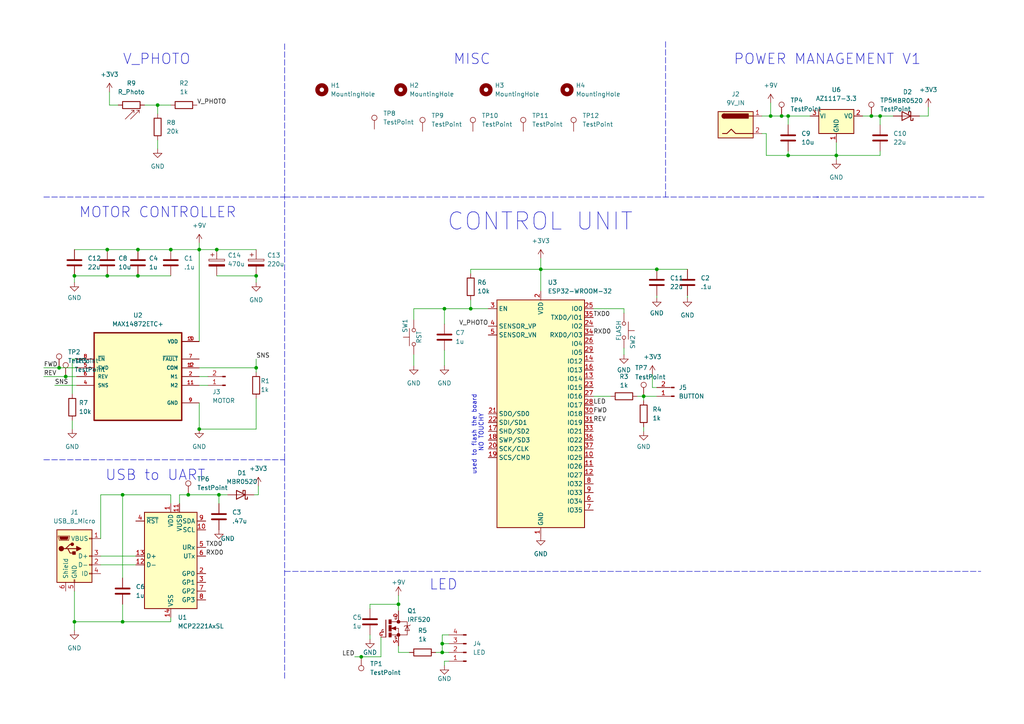
<source format=kicad_sch>
(kicad_sch (version 20211123) (generator eeschema)
  (paper "A4")
  (title_block (title "Smart Curtains") (date "2023-02-08") (rev "v0.0") (company "Davenport Konda Mauschbaugh Inc."))
  (lib_symbols
    (symbol "Connector:Barrel_Jack" (pin_names (offset 1.016))
      (property "Reference" "J" (at 0 5.334 0))
      (property "Value" "Barrel_Jack" (at 0 -5.08 0))
      (symbol "Barrel_Jack_0_1"
        (rectangle (start -5.08 3.81) (end 5.08 -3.81) (stroke (width 0.254)) (fill (type background)))
        (arc (start -3.302 3.175) (mid -3.937 2.54) (end -3.302 1.905) (stroke (width 0.254)))
        (arc (start -3.302 3.175) (mid -3.937 2.54) (end -3.302 1.905) (stroke (width 0.254)) (fill (type outline)))
        (polyline (pts (xy 5.08 2.54) (xy 3.81 2.54)) (stroke (width 0.254)))
        (polyline (pts (xy -3.81 -2.54) (xy -2.54 -2.54) (xy -1.27 -1.27) (xy 0 -2.54) (xy 2.54 -2.54) (xy 5.08 -2.54)) (stroke (width 0.254)))
        (rectangle (start 3.683 3.175) (end -3.302 1.905) (stroke (width 0.254)) (fill (type outline)))
      )
      (symbol "Barrel_Jack_1_1"
        (pin passive line (at 7.62 2.54 180) (length 2.54) (name "~") (number "1"))
        (pin passive line (at 7.62 -2.54 180) (length 2.54) (name "~") (number "2"))
      )
    )
    (symbol "Connector:Conn_01x02_Male" (pin_names (offset 1.016) hide)
      (property "Reference" "J" (at 0 2.54 0))
      (property "Value" "Conn_01x02_Male" (at 0 -5.08 0))
      (symbol "Conn_01x02_Male_1_1"
        (polyline (pts (xy 1.27 -2.54) (xy 0.8636 -2.54)) (stroke (width 0.1524)))
        (polyline (pts (xy 1.27 0) (xy 0.8636 0)) (stroke (width 0.1524)))
        (rectangle (start 0.8636 -2.413) (end 0 -2.667) (stroke (width 0.1524)) (fill (type outline)))
        (rectangle (start 0.8636 0.127) (end 0 -0.127) (stroke (width 0.1524)) (fill (type outline)))
        (pin passive line (at 5.08 0 180) (length 3.81) (name "Pin_1") (number "1"))
        (pin passive line (at 5.08 -2.54 180) (length 3.81) (name "Pin_2") (number "2"))
      )
    )
    (symbol "Connector:Conn_01x04_Male" (pin_names (offset 1.016) hide)
      (property "Reference" "J" (at 0 5.08 0))
      (property "Value" "Conn_01x04_Male" (at 0 -7.62 0))
      (symbol "Conn_01x04_Male_1_1"
        (polyline (pts (xy 1.27 -5.08) (xy 0.8636 -5.08)) (stroke (width 0.1524)))
        (polyline (pts (xy 1.27 -2.54) (xy 0.8636 -2.54)) (stroke (width 0.1524)))
        (polyline (pts (xy 1.27 0) (xy 0.8636 0)) (stroke (width 0.1524)))
        (polyline (pts (xy 1.27 2.54) (xy 0.8636 2.54)) (stroke (width 0.1524)))
        (rectangle (start 0.8636 -4.953) (end 0 -5.207) (stroke (width 0.1524)) (fill (type outline)))
        (rectangle (start 0.8636 -2.413) (end 0 -2.667) (stroke (width 0.1524)) (fill (type outline)))
        (rectangle (start 0.8636 0.127) (end 0 -0.127) (stroke (width 0.1524)) (fill (type outline)))
        (rectangle (start 0.8636 2.667) (end 0 2.413) (stroke (width 0.1524)) (fill (type outline)))
        (pin passive line (at 5.08 2.54 180) (length 3.81) (name "Pin_1") (number "1"))
        (pin passive line (at 5.08 0 180) (length 3.81) (name "Pin_2") (number "2"))
        (pin passive line (at 5.08 -2.54 180) (length 3.81) (name "Pin_3") (number "3"))
        (pin passive line (at 5.08 -5.08 180) (length 3.81) (name "Pin_4") (number "4"))
      )
    )
    (symbol "Connector:TestPoint" (pin_numbers hide) (pin_names (offset 0.762) hide)
      (property "Reference" "TP" (at 0 6.858 0))
      (property "Value" "TestPoint" (at 0 5.08 0))
      (symbol "TestPoint_0_1"
        (circle (center 0 3.302) (radius 0.762))
      )
      (symbol "TestPoint_1_1"
        (pin passive line (at 0 0 90) (length 2.54) (name "1") (number "1"))
      )
    )
    (symbol "Connector:USB_B_Micro" (pin_names (offset 1.016))
      (property "Reference" "J" (at -5.08 11.43 0))
      (property "Value" "USB_B_Micro" (at -5.08 8.89 0))
      (symbol "USB_B_Micro_0_1"
        (rectangle (start -5.08 -7.62) (end 5.08 7.62) (stroke (width 0.254)) (fill (type background)))
        (circle (center -3.81 2.159) (radius 0.635) (stroke (width 0.254)) (fill (type outline)))
        (circle (center -0.635 3.429) (radius 0.381) (stroke (width 0.254)) (fill (type outline)))
        (rectangle (start -0.127 -7.62) (end 0.127 -6.858))
        (polyline (pts (xy -1.905 2.159) (xy 0.635 2.159)) (stroke (width 0.254)))
        (polyline (pts (xy -3.175 2.159) (xy -2.54 2.159) (xy -1.27 3.429) (xy -0.635 3.429)) (stroke (width 0.254)))
        (polyline (pts (xy -2.54 2.159) (xy -1.905 2.159) (xy -1.27 0.889) (xy 0 0.889)) (stroke (width 0.254)))
        (polyline (pts (xy 0.635 2.794) (xy 0.635 1.524) (xy 1.905 2.159) (xy 0.635 2.794)) (stroke (width 0.254)) (fill (type outline)))
        (polyline (pts (xy -4.318 5.588) (xy -1.778 5.588) (xy -2.032 4.826) (xy -4.064 4.826) (xy -4.318 5.588)) (fill (type outline)))
        (polyline (pts (xy -4.699 5.842) (xy -4.699 5.588) (xy -4.445 4.826) (xy -4.445 4.572) (xy -1.651 4.572) (xy -1.651 4.826) (xy -1.397 5.588) (xy -1.397 5.842) (xy -4.699 5.842)))
        (rectangle (start 0.254 1.27) (end -0.508 0.508) (stroke (width 0.254)) (fill (type outline)))
        (rectangle (start 5.08 -5.207) (end 4.318 -4.953))
        (rectangle (start 5.08 -2.667) (end 4.318 -2.413))
        (rectangle (start 5.08 -0.127) (end 4.318 0.127))
        (rectangle (start 5.08 4.953) (end 4.318 5.207))
      )
      (symbol "USB_B_Micro_1_1"
        (pin power_out line (at 7.62 5.08 180) (length 2.54) (name "VBUS") (number "1"))
        (pin bidirectional line (at 7.62 -2.54 180) (length 2.54) (name "D-") (number "2"))
        (pin bidirectional line (at 7.62 0 180) (length 2.54) (name "D+") (number "3"))
        (pin passive line (at 7.62 -5.08 180) (length 2.54) (name "ID") (number "4"))
        (pin power_out line (at 0 -10.16 90) (length 2.54) (name "GND") (number "5"))
        (pin passive line (at -2.54 -10.16 90) (length 2.54) (name "Shield") (number "6"))
      )
    )
    (symbol "Device:C" (pin_numbers hide) (pin_names (offset 0.254))
      (property "Reference" "C" (at 0.635 2.54 0))
      (property "Value" "C" (at 0.635 -2.54 0))
      (symbol "C_0_1"
        (polyline (pts (xy -2.032 -0.762) (xy 2.032 -0.762)) (stroke (width 0.508)))
        (polyline (pts (xy -2.032 0.762) (xy 2.032 0.762)) (stroke (width 0.508)))
      )
      (symbol "C_1_1"
        (pin passive line (at 0 3.81 270) (length 2.794) (name "~") (number "1"))
        (pin passive line (at 0 -3.81 90) (length 2.794) (name "~") (number "2"))
      )
    )
    (symbol "Device:C_Polarized" (pin_numbers hide) (pin_names (offset 0.254))
      (property "Reference" "C" (at 0.635 2.54 0))
      (property "Value" "C_Polarized" (at 0.635 -2.54 0))
      (symbol "C_Polarized_0_1"
        (rectangle (start -2.286 0.508) (end 2.286 1.016))
        (polyline (pts (xy -1.778 2.286) (xy -0.762 2.286)))
        (polyline (pts (xy -1.27 2.794) (xy -1.27 1.778)))
        (rectangle (start 2.286 -0.508) (end -2.286 -1.016) (fill (type outline)))
      )
      (symbol "C_Polarized_1_1"
        (pin passive line (at 0 3.81 270) (length 2.794) (name "~") (number "1"))
        (pin passive line (at 0 -3.81 90) (length 2.794) (name "~") (number "2"))
      )
    )
    (symbol "Device:R" (pin_numbers hide) (pin_names (offset 0))
      (property "Reference" "R" (at 2.032 0 90))
      (property "Value" "R" (at 0 0 90))
      (symbol "R_0_1"
        (rectangle (start -1.016 -2.54) (end 1.016 2.54) (stroke (width 0.254)))
      )
      (symbol "R_1_1"
        (pin passive line (at 0 3.81 270) (length 1.27) (name "~") (number "1"))
        (pin passive line (at 0 -3.81 90) (length 1.27) (name "~") (number "2"))
      )
    )
    (symbol "Device:R_Photo" (pin_numbers hide) (pin_names (offset 0))
      (property "Reference" "R" (at 1.27 1.27 0))
      (property "Value" "R_Photo" (at 1.27 0 0))
      (symbol "R_Photo_0_1"
        (rectangle (start -1.016 2.54) (end 1.016 -2.54) (stroke (width 0.254)))
        (polyline (pts (xy -1.524 -2.286) (xy -4.064 0.254)))
        (polyline (pts (xy -1.524 -2.286) (xy -2.286 -2.286)))
        (polyline (pts (xy -1.524 -2.286) (xy -1.524 -1.524)))
        (polyline (pts (xy -1.524 -0.762) (xy -4.064 1.778)))
        (polyline (pts (xy -1.524 -0.762) (xy -2.286 -0.762)))
        (polyline (pts (xy -1.524 -0.762) (xy -1.524 0)))
      )
      (symbol "R_Photo_1_1"
        (pin passive line (at 0 3.81 270) (length 1.27) (name "~") (number "1"))
        (pin passive line (at 0 -3.81 90) (length 1.27) (name "~") (number "2"))
      )
    )
    (symbol "Diode:MBR0520" (pin_numbers hide) (pin_names (offset 1.016) hide)
      (property "Reference" "D" (at 0 2.54 0))
      (property "Value" "MBR0520" (at 0 -2.54 0))
      (symbol "MBR0520_0_1"
        (polyline (pts (xy 1.27 0) (xy -1.27 0)))
        (polyline (pts (xy 1.27 1.27) (xy 1.27 -1.27) (xy -1.27 0) (xy 1.27 1.27)) (stroke (width 0.254)))
        (polyline (pts (xy -1.905 0.635) (xy -1.905 1.27) (xy -1.27 1.27) (xy -1.27 -1.27) (xy -0.635 -1.27) (xy -0.635 -0.635)) (stroke (width 0.254)))
      )
      (symbol "MBR0520_1_1"
        (pin passive line (at -3.81 0 0) (length 2.54) (name "K") (number "1"))
        (pin passive line (at 3.81 0 180) (length 2.54) (name "A") (number "2"))
      )
    )
    (symbol "IRF520:IRF520" (pin_names (offset 1.016))
      (property "Reference" "Q" (at 7.6271 2.5424 0))
      (property "Value" "IRF520" (at 7.6205 0 0))
      (symbol "IRF520_0_0"
        (rectangle (start -0.254 -2.5402) (end 0.508 -1.27) (stroke (width 0.1)) (fill (type outline)))
        (rectangle (start -0.2542 -0.8897) (end 0.508 0.889) (stroke (width 0.1)) (fill (type outline)))
        (rectangle (start -0.2542 1.2709) (end 0.508 2.54) (stroke (width 0.1)) (fill (type outline)))
        (polyline (pts (xy -1.1176 -2.54) (xy -2.54 -2.54)) (stroke (width 0.1524)))
        (polyline (pts (xy -1.1176 2.413) (xy -1.1176 -2.54)) (stroke (width 0.254)))
        (polyline (pts (xy 0.508 -1.905) (xy 2.54 -1.905)) (stroke (width 0.1524)))
        (polyline (pts (xy 0.508 0) (xy 1.778 -0.508)) (stroke (width 0.1524)))
        (polyline (pts (xy 0.762 0) (xy 1.651 -0.254)) (stroke (width 0.3048)))
        (polyline (pts (xy 1.651 -0.254) (xy 1.651 0)) (stroke (width 0.3048)))
        (polyline (pts (xy 1.651 0) (xy 1.397 0)) (stroke (width 0.3048)))
        (polyline (pts (xy 1.651 0) (xy 2.54 0)) (stroke (width 0.1524)))
        (polyline (pts (xy 1.651 0.254) (xy 0.762 0)) (stroke (width 0.3048)))
        (polyline (pts (xy 1.778 -0.508) (xy 1.778 0.508)) (stroke (width 0.1524)))
        (polyline (pts (xy 1.778 0.508) (xy 0.508 0)) (stroke (width 0.1524)))
        (polyline (pts (xy 2.54 -1.905) (xy 2.54 -2.54)) (stroke (width 0.1524)))
        (polyline (pts (xy 2.54 0) (xy 2.54 -1.905)) (stroke (width 0.1524)))
        (polyline (pts (xy 2.54 1.905) (xy 0.5334 1.905)) (stroke (width 0.1524)))
        (polyline (pts (xy 2.54 1.905) (xy 5.08 1.905)) (stroke (width 0.1524)))
        (polyline (pts (xy 2.54 2.54) (xy 2.54 1.905)) (stroke (width 0.1524)))
        (polyline (pts (xy 4.445 -0.635) (xy 5.715 -0.635)) (stroke (width 0.1524)))
        (polyline (pts (xy 4.445 0.762) (xy 4.191 0.508)) (stroke (width 0.1524)))
        (polyline (pts (xy 4.445 0.762) (xy 5.08 0.762)) (stroke (width 0.1524)))
        (polyline (pts (xy 5.08 -1.905) (xy 2.54 -1.905)) (stroke (width 0.1524)))
        (polyline (pts (xy 5.08 0.762) (xy 4.445 -0.635)) (stroke (width 0.1524)))
        (polyline (pts (xy 5.08 0.762) (xy 5.08 -1.905)) (stroke (width 0.1524)))
        (polyline (pts (xy 5.08 0.762) (xy 5.715 0.762)) (stroke (width 0.1524)))
        (polyline (pts (xy 5.08 1.905) (xy 5.08 0.762)) (stroke (width 0.1524)))
        (polyline (pts (xy 5.715 -0.635) (xy 5.08 0.762)) (stroke (width 0.1524)))
        (polyline (pts (xy 5.715 0.762) (xy 5.969 1.016)) (stroke (width 0.1524)))
        (circle (center 2.54 -1.905) (radius 0.127) (stroke (width 0.4064)))
        (circle (center 2.54 1.905) (radius 0.127) (stroke (width 0.4064)))
        (text "D" (at 1.2721 2.5442 0) (effects (font (size 0.8141 0.8141)) (justify left bottom)))
        (text "G" (at -2.544 -1.272 0) (effects (font (size 0.8141 0.8141)) (justify left bottom)))
        (text "S" (at 1.2715 -3.1788 0) (effects (font (size 0.8138 0.8138)) (justify left bottom)))
        (pin passive line (at 2.54 5.08 270) (length 2.54) (name "~") (number "D"))
        (pin passive line (at -2.54 -2.54 0) (length 0) (name "~") (number "G"))
        (pin passive line (at 2.54 -5.08 90) (length 2.54) (name "~") (number "S"))
      )
    )
    (symbol "Interface_USB:MCP2221AxSL"
      (property "Reference" "U" (at -7.62 16.51 0))
      (property "Value" "MCP2221AxSL" (at 12.7 16.51 0))
      (symbol "MCP2221AxSL_0_1"
        (rectangle (start -7.62 15.24) (end 7.62 -12.7) (stroke (width 0.254)) (fill (type background)))
      )
      (symbol "MCP2221AxSL_1_1"
        (pin power_in line (at 0 17.78 270) (length 2.54) (name "VDD") (number "1"))
        (pin bidirectional line (at 10.16 10.16 180) (length 2.54) (name "SCL") (number "10"))
        (pin passive line (at 2.54 17.78 270) (length 2.54) (name "VUSB") (number "11"))
        (pin bidirectional line (at -10.16 0 0) (length 2.54) (name "D-") (number "12"))
        (pin bidirectional line (at -10.16 2.54 0) (length 2.54) (name "D+") (number "13"))
        (pin power_in line (at 0 -15.24 90) (length 2.54) (name "VSS") (number "14"))
        (pin bidirectional line (at 10.16 -2.54 180) (length 2.54) (name "GP0") (number "2"))
        (pin bidirectional line (at 10.16 -5.08 180) (length 2.54) (name "GP1") (number "3"))
        (pin input line (at -10.16 12.7 0) (length 2.54) (name "~{RST}") (number "4"))
        (pin input line (at 10.16 5.08 180) (length 2.54) (name "URx") (number "5"))
        (pin output line (at 10.16 2.54 180) (length 2.54) (name "UTx") (number "6"))
        (pin bidirectional line (at 10.16 -7.62 180) (length 2.54) (name "GP2") (number "7"))
        (pin bidirectional line (at 10.16 -10.16 180) (length 2.54) (name "GP3") (number "8"))
        (pin bidirectional line (at 10.16 12.7 180) (length 2.54) (name "SDA") (number "9"))
      )
    )
    (symbol "MAX14872ETC_:MAX14872ETC+" (pin_names (offset 1.016))
      (property "Reference" "U" (at -12.7 13.7 0))
      (property "Value" "MAX14872ETC+" (at -12.7 -16.7 0))
      (symbol "MAX14872ETC+_0_0"
        (rectangle (start -12.7 -12.7) (end 12.7 12.7) (stroke (width 0.41)) (fill (type background)))
        (pin output line (at 17.78 2.54 180) (length 5.08) (name "COM") (number "1"))
        (pin power_in line (at 17.78 10.16 180) (length 5.08) (name "VDD") (number "10"))
        (pin output line (at 17.78 -2.54 180) (length 5.08) (name "M2") (number "11"))
        (pin output line (at 17.78 2.54 180) (length 5.08) (name "COM") (number "12"))
        (pin output line (at 17.78 0 180) (length 5.08) (name "M1") (number "2"))
        (pin power_in line (at 17.78 10.16 180) (length 5.08) (name "VDD") (number "3"))
        (pin input line (at -17.78 -2.54 0) (length 5.08) (name "SNS") (number "4"))
        (pin input line (at -17.78 2.54 0) (length 5.08) (name "FWD") (number "5"))
        (pin input line (at -17.78 0 0) (length 5.08) (name "REV") (number "6"))
        (pin output line (at 17.78 5.08 180) (length 5.08) (name "~{FAULT}") (number "7"))
        (pin input line (at -17.78 5.08 0) (length 5.08) (name "~{EN}") (number "8"))
        (pin power_in line (at 17.78 -7.62 180) (length 5.08) (name "GND") (number "9"))
      )
    )
    (symbol "Mechanical:MountingHole" (pin_names (offset 1.016))
      (property "Reference" "H" (at 0 5.08 0))
      (property "Value" "MountingHole" (at 0 3.175 0))
      (symbol "MountingHole_0_1"
        (circle (center 0 0) (radius 1.27) (stroke (width 1.27)))
      )
    )
    (symbol "RF_Module:ESP32-WROOM-32"
      (property "Reference" "U" (at -12.7 34.29 0))
      (property "Value" "ESP32-WROOM-32" (at 1.27 34.29 0))
      (symbol "ESP32-WROOM-32_0_1"
        (rectangle (start -12.7 33.02) (end 12.7 -33.02) (stroke (width 0.254)) (fill (type background)))
      )
      (symbol "ESP32-WROOM-32_1_1"
        (pin power_in line (at 0 -35.56 90) (length 2.54) (name "GND") (number "1"))
        (pin bidirectional line (at 15.24 -12.7 180) (length 2.54) (name "IO25") (number "10"))
        (pin bidirectional line (at 15.24 -15.24 180) (length 2.54) (name "IO26") (number "11"))
        (pin bidirectional line (at 15.24 -17.78 180) (length 2.54) (name "IO27") (number "12"))
        (pin bidirectional line (at 15.24 10.16 180) (length 2.54) (name "IO14") (number "13"))
        (pin bidirectional line (at 15.24 15.24 180) (length 2.54) (name "IO12") (number "14"))
        (pin passive line (at 0 -35.56 90) (length 2.54) hide (name "GND") (number "15"))
        (pin bidirectional line (at 15.24 12.7 180) (length 2.54) (name "IO13") (number "16"))
        (pin bidirectional line (at -15.24 -5.08 0) (length 2.54) (name "SHD/SD2") (number "17"))
        (pin bidirectional line (at -15.24 -7.62 0) (length 2.54) (name "SWP/SD3") (number "18"))
        (pin bidirectional line (at -15.24 -12.7 0) (length 2.54) (name "SCS/CMD") (number "19"))
        (pin power_in line (at 0 35.56 270) (length 2.54) (name "VDD") (number "2"))
        (pin bidirectional line (at -15.24 -10.16 0) (length 2.54) (name "SCK/CLK") (number "20"))
        (pin bidirectional line (at -15.24 0 0) (length 2.54) (name "SDO/SD0") (number "21"))
        (pin bidirectional line (at -15.24 -2.54 0) (length 2.54) (name "SDI/SD1") (number "22"))
        (pin bidirectional line (at 15.24 7.62 180) (length 2.54) (name "IO15") (number "23"))
        (pin bidirectional line (at 15.24 25.4 180) (length 2.54) (name "IO2") (number "24"))
        (pin bidirectional line (at 15.24 30.48 180) (length 2.54) (name "IO0") (number "25"))
        (pin bidirectional line (at 15.24 20.32 180) (length 2.54) (name "IO4") (number "26"))
        (pin bidirectional line (at 15.24 5.08 180) (length 2.54) (name "IO16") (number "27"))
        (pin bidirectional line (at 15.24 2.54 180) (length 2.54) (name "IO17") (number "28"))
        (pin bidirectional line (at 15.24 17.78 180) (length 2.54) (name "IO5") (number "29"))
        (pin input line (at -15.24 30.48 0) (length 2.54) (name "EN") (number "3"))
        (pin bidirectional line (at 15.24 0 180) (length 2.54) (name "IO18") (number "30"))
        (pin bidirectional line (at 15.24 -2.54 180) (length 2.54) (name "IO19") (number "31"))
        (pin no_connect line (at -12.7 -27.94 0) (length 2.54) hide (name "NC") (number "32"))
        (pin bidirectional line (at 15.24 -5.08 180) (length 2.54) (name "IO21") (number "33"))
        (pin bidirectional line (at 15.24 22.86 180) (length 2.54) (name "RXD0/IO3") (number "34"))
        (pin bidirectional line (at 15.24 27.94 180) (length 2.54) (name "TXD0/IO1") (number "35"))
        (pin bidirectional line (at 15.24 -7.62 180) (length 2.54) (name "IO22") (number "36"))
        (pin bidirectional line (at 15.24 -10.16 180) (length 2.54) (name "IO23") (number "37"))
        (pin passive line (at 0 -35.56 90) (length 2.54) hide (name "GND") (number "38"))
        (pin passive line (at 0 -35.56 90) (length 2.54) hide (name "GND") (number "39"))
        (pin input line (at -15.24 25.4 0) (length 2.54) (name "SENSOR_VP") (number "4"))
        (pin input line (at -15.24 22.86 0) (length 2.54) (name "SENSOR_VN") (number "5"))
        (pin input line (at 15.24 -25.4 180) (length 2.54) (name "IO34") (number "6"))
        (pin input line (at 15.24 -27.94 180) (length 2.54) (name "IO35") (number "7"))
        (pin bidirectional line (at 15.24 -20.32 180) (length 2.54) (name "IO32") (number "8"))
        (pin bidirectional line (at 15.24 -22.86 180) (length 2.54) (name "IO33") (number "9"))
      )
    )
    (symbol "Regulator_Linear:AZ1117-3.3" (pin_names (offset 0.254))
      (property "Reference" "U" (at -3.81 3.175 0))
      (property "Value" "AZ1117-3.3" (at 0 3.175 0))
      (symbol "AZ1117-3.3_0_1"
        (rectangle (start -5.08 1.905) (end 5.08 -5.08) (stroke (width 0.254)) (fill (type background)))
      )
      (symbol "AZ1117-3.3_1_1"
        (pin power_in line (at 0 -7.62 90) (length 2.54) (name "GND") (number "1"))
        (pin power_out line (at 7.62 0 180) (length 2.54) (name "VO") (number "2"))
        (pin power_in line (at -7.62 0 0) (length 2.54) (name "VI") (number "3"))
      )
    )
    (symbol "Switch:SW_Push" (pin_numbers hide) (pin_names (offset 1.016) hide)
      (property "Reference" "SW" (at 1.27 2.54 0))
      (property "Value" "SW_Push" (at 0 -1.524 0))
      (symbol "SW_Push_0_1"
        (circle (center -2.032 0) (radius 0.508))
        (polyline (pts (xy 0 1.27) (xy 0 3.048)))
        (polyline (pts (xy 2.54 1.27) (xy -2.54 1.27)))
        (circle (center 2.032 0) (radius 0.508))
        (pin passive line (at -5.08 0 0) (length 2.54) (name "1") (number "1"))
        (pin passive line (at 5.08 0 180) (length 2.54) (name "2") (number "2"))
      )
    )
    (symbol "power:+3V3" (power) (pin_names (offset 0))
      (property "Value" "+3V3" (at 0 3.556 0))
      (symbol "+3V3_0_1"
        (polyline (pts (xy -0.762 1.27) (xy 0 2.54)))
        (polyline (pts (xy 0 0) (xy 0 2.54)))
        (polyline (pts (xy 0 2.54) (xy 0.762 1.27)))
      )
      (symbol "+3V3_1_1"
        (pin power_in line (at 0 0 90) (length 0) hide (name "+3V3") (number "1"))
      )
    )
    (symbol "power:+9V" (power) (pin_names (offset 0))
      (property "Value" "+9V" (at 0 3.556 0))
      (symbol "+9V_0_1"
        (polyline (pts (xy -0.762 1.27) (xy 0 2.54)))
        (polyline (pts (xy 0 0) (xy 0 2.54)))
        (polyline (pts (xy 0 2.54) (xy 0.762 1.27)))
      )
      (symbol "+9V_1_1"
        (pin power_in line (at 0 0 90) (length 0) hide (name "+9V") (number "1"))
      )
    )
    (symbol "power:GND" (power) (pin_names (offset 0))
      (property "Value" "GND" (at 0 -3.81 0))
      (symbol "GND_0_1"
        (polyline (pts (xy 0 0) (xy 0 -1.27) (xy 1.27 -1.27) (xy 0 -2.54) (xy -1.27 -1.27) (xy 0 -1.27)))
      )
      (symbol "GND_1_1"
        (pin power_in line (at 0 0 270) (length 0) hide (name "GND") (number "1"))
      )
    )
  )
  (junction (at 223.52 33.655))
  (junction (at 128.905 89.535))
  (junction (at 242.57 45.085))
  (junction (at 63.5 143.51))
  (junction (at 49.53 72.39))
  (junction (at 226.695 33.655))
  (junction (at 31.115 72.39))
  (junction (at 57.785 124.46))
  (junction (at 17.145 106.68))
  (junction (at 156.845 78.105))
  (junction (at 35.56 143.51))
  (junction (at 74.295 80.01))
  (junction (at 74.295 106.68))
  (junction (at 45.72 30.48))
  (junction (at 128.27 189.23))
  (junction (at 21.59 80.01))
  (junction (at 104.775 190.5))
  (junction (at 54.61 143.51))
  (junction (at 31.115 80.01))
  (junction (at 228.6 45.085))
  (junction (at 35.56 180.34))
  (junction (at 40.005 72.39))
  (junction (at 57.785 72.39))
  (junction (at 255.27 33.655))
  (junction (at 252.73 33.655))
  (junction (at 136.525 89.535))
  (junction (at 228.6 33.655))
  (junction (at 128.27 186.69))
  (junction (at 186.69 114.935))
  (junction (at 115.57 175.26))
  (junction (at 21.59 180.34))
  (junction (at 190.5 78.105))
  (junction (at 40.005 80.01))
  (junction (at 62.865 72.39))
  (junction (at 19.05 109.22))
  (wire (pts (xy 40.005 80.01) (xy 49.53 80.01)))
  (wire (pts (xy 120.015 89.535) (xy 128.905 89.535)))
  (wire (pts (xy 186.69 114.935) (xy 190.5 114.935)))
  (wire (pts (xy 22.225 104.14) (xy 20.955 104.14)))
  (wire (pts (xy 255.27 33.655) (xy 255.27 36.195)))
  (wire (pts (xy 31.115 80.01) (xy 40.005 80.01)))
  (wire (pts (xy 62.865 80.01) (xy 74.295 80.01)))
  (wire (pts (xy 31.115 72.39) (xy 40.005 72.39)))
  (wire (pts (xy 172.085 114.935) (xy 177.165 114.935)))
  (wire (pts (xy 57.785 116.84) (xy 57.785 124.46)))
  (wire (pts (xy 57.785 72.39) (xy 62.865 72.39)))
  (wire (pts (xy 57.785 72.39) (xy 57.785 99.06)))
  (wire (pts (xy 19.05 109.22) (xy 22.225 109.22)))
  (wire (pts (xy 242.57 45.085) (xy 242.57 46.355)))
  (wire (pts (xy 29.21 163.83) (xy 39.37 163.83)))
  (wire (pts (xy 180.975 89.535) (xy 180.975 90.805)))
  (wire (pts (xy 74.93 140.97) (xy 74.93 143.51)))
  (wire (pts (xy 190.5 78.105) (xy 199.39 78.105)))
  (wire (pts (xy 266.7 33.655) (xy 269.24 33.655)))
  (wire (pts (xy 130.175 186.69) (xy 128.27 186.69)))
  (wire (pts (xy 128.905 101.6) (xy 128.905 106.045)))
  (wire (pts (xy 141.605 89.535) (xy 136.525 89.535)))
  (wire (pts (xy 45.72 30.48) (xy 49.53 30.48)))
  (polyline (pts (xy 193.04 12.065) (xy 193.04 57.15)))
  (wire (pts (xy 63.5 146.05) (xy 63.5 143.51)))
  (polyline (pts (xy 82.55 165.735) (xy 284.48 165.735)))
  (wire (pts (xy 29.21 161.29) (xy 39.37 161.29)))
  (wire (pts (xy 52.07 146.05) (xy 52.07 143.51)))
  (wire (pts (xy 40.005 72.39) (xy 49.53 72.39)))
  (wire (pts (xy 128.27 189.23) (xy 130.175 189.23)))
  (wire (pts (xy 49.53 72.39) (xy 57.785 72.39)))
  (wire (pts (xy 189.23 108.585) (xy 189.23 112.395)))
  (wire (pts (xy 156.845 78.105) (xy 190.5 78.105)))
  (polyline (pts (xy 82.55 57.15) (xy 285.75 57.15)))
  (wire (pts (xy 57.785 70.485) (xy 57.785 72.39)))
  (wire (pts (xy 128.27 184.15) (xy 130.175 184.15)))
  (wire (pts (xy 228.6 45.085) (xy 242.57 45.085)))
  (wire (pts (xy 57.785 124.46) (xy 74.295 124.46)))
  (wire (pts (xy 20.955 121.92) (xy 20.955 124.46)))
  (wire (pts (xy 136.525 78.105) (xy 136.525 79.375)))
  (wire (pts (xy 102.87 190.5) (xy 104.775 190.5)))
  (wire (pts (xy 115.57 175.26) (xy 107.315 175.26)))
  (wire (pts (xy 190.5 112.395) (xy 189.23 112.395)))
  (wire (pts (xy 199.39 85.725) (xy 199.39 86.36)))
  (wire (pts (xy 31.75 30.48) (xy 34.29 30.48)))
  (wire (pts (xy 35.56 143.51) (xy 35.56 167.64)))
  (wire (pts (xy 12.7 109.22) (xy 19.05 109.22)))
  (wire (pts (xy 242.57 45.085) (xy 255.27 45.085)))
  (wire (pts (xy 180.975 100.965) (xy 180.975 102.87)))
  (wire (pts (xy 228.6 33.655) (xy 234.95 33.655)))
  (wire (pts (xy 41.91 30.48) (xy 45.72 30.48)))
  (wire (pts (xy 115.57 189.23) (xy 118.745 189.23)))
  (wire (pts (xy 63.5 143.51) (xy 66.04 143.51)))
  (wire (pts (xy 12.7 106.68) (xy 17.145 106.68)))
  (wire (pts (xy 57.785 111.76) (xy 60.325 111.76)))
  (wire (pts (xy 184.785 114.935) (xy 186.69 114.935)))
  (wire (pts (xy 107.315 175.26) (xy 107.315 176.53)))
  (wire (pts (xy 128.905 193.04) (xy 128.905 191.77)))
  (wire (pts (xy 156.845 78.105) (xy 136.525 78.105)))
  (wire (pts (xy 255.27 43.815) (xy 255.27 45.085)))
  (wire (pts (xy 21.59 180.34) (xy 35.56 180.34)))
  (wire (pts (xy 255.27 33.655) (xy 259.08 33.655)))
  (wire (pts (xy 45.72 40.64) (xy 45.72 43.18)))
  (wire (pts (xy 104.775 190.5) (xy 110.49 190.5)))
  (wire (pts (xy 228.6 43.815) (xy 228.6 45.085)))
  (wire (pts (xy 186.69 123.825) (xy 186.69 125.095)))
  (wire (pts (xy 49.53 143.51) (xy 49.53 146.05)))
  (wire (pts (xy 156.845 78.105) (xy 156.845 84.455)))
  (wire (pts (xy 220.98 33.655) (xy 223.52 33.655)))
  (wire (pts (xy 128.905 191.77) (xy 130.175 191.77)))
  (wire (pts (xy 115.57 172.72) (xy 115.57 175.26)))
  (wire (pts (xy 21.59 180.34) (xy 21.59 182.88)))
  (wire (pts (xy 15.875 111.76) (xy 22.225 111.76)))
  (wire (pts (xy 128.27 186.69) (xy 128.27 184.15)))
  (wire (pts (xy 223.52 33.655) (xy 226.695 33.655)))
  (wire (pts (xy 17.145 106.68) (xy 22.225 106.68)))
  (wire (pts (xy 54.61 143.51) (xy 63.5 143.51)))
  (wire (pts (xy 156.845 74.93) (xy 156.845 78.105)))
  (wire (pts (xy 74.295 80.01) (xy 74.295 81.915)))
  (wire (pts (xy 62.865 72.39) (xy 74.295 72.39)))
  (wire (pts (xy 74.295 115.57) (xy 74.295 124.46)))
  (wire (pts (xy 35.56 143.51) (xy 49.53 143.51)))
  (wire (pts (xy 115.57 175.26) (xy 115.57 177.165)))
  (wire (pts (xy 250.19 33.655) (xy 252.73 33.655)))
  (wire (pts (xy 220.98 38.735) (xy 222.25 38.735)))
  (wire (pts (xy 226.695 33.655) (xy 228.6 33.655)))
  (polyline (pts (xy 12.7 133.35) (xy 82.55 133.35)))
  (wire (pts (xy 57.785 109.22) (xy 60.325 109.22)))
  (wire (pts (xy 29.21 143.51) (xy 35.56 143.51)))
  (wire (pts (xy 107.315 184.15) (xy 107.315 185.42)))
  (polyline (pts (xy 236.855 57.15) (xy 237.49 57.15)))
  (wire (pts (xy 190.5 85.725) (xy 190.5 86.36)))
  (wire (pts (xy 252.73 33.655) (xy 255.27 33.655)))
  (wire (pts (xy 74.295 104.14) (xy 74.295 106.68)))
  (wire (pts (xy 45.72 30.48) (xy 45.72 33.02)))
  (polyline (pts (xy 12.7 57.15) (xy 82.55 57.15)))
  (wire (pts (xy 20.955 104.14) (xy 20.955 114.3)))
  (wire (pts (xy 21.59 80.01) (xy 21.59 81.915)))
  (wire (pts (xy 115.57 187.325) (xy 115.57 189.23)))
  (wire (pts (xy 120.015 102.87) (xy 120.015 106.045)))
  (wire (pts (xy 74.295 106.68) (xy 74.295 107.95)))
  (wire (pts (xy 222.25 45.085) (xy 228.6 45.085)))
  (polyline (pts (xy 82.55 12.7) (xy 82.55 133.35)))
  (wire (pts (xy 126.365 189.23) (xy 128.27 189.23)))
  (wire (pts (xy 21.59 72.39) (xy 31.115 72.39)))
  (wire (pts (xy 222.25 38.735) (xy 222.25 45.085)))
  (wire (pts (xy 186.69 114.935) (xy 186.69 116.205)))
  (wire (pts (xy 172.085 89.535) (xy 180.975 89.535)))
  (wire (pts (xy 31.75 26.67) (xy 31.75 30.48)))
  (wire (pts (xy 52.07 143.51) (xy 54.61 143.51)))
  (wire (pts (xy 110.49 184.785) (xy 110.49 190.5)))
  (wire (pts (xy 49.53 180.34) (xy 49.53 179.07)))
  (wire (pts (xy 21.59 171.45) (xy 21.59 180.34)))
  (wire (pts (xy 128.905 89.535) (xy 136.525 89.535)))
  (wire (pts (xy 35.56 175.26) (xy 35.56 180.34)))
  (wire (pts (xy 73.66 143.51) (xy 74.93 143.51)))
  (wire (pts (xy 21.59 80.01) (xy 31.115 80.01)))
  (wire (pts (xy 269.24 31.115) (xy 269.24 33.655)))
  (wire (pts (xy 29.21 156.21) (xy 29.21 143.51)))
  (wire (pts (xy 128.27 186.69) (xy 128.27 189.23)))
  (wire (pts (xy 242.57 41.275) (xy 242.57 45.085)))
  (wire (pts (xy 57.785 106.68) (xy 74.295 106.68)))
  (polyline (pts (xy 82.55 133.35) (xy 82.55 196.85)))
  (wire (pts (xy 35.56 180.34) (xy 49.53 180.34)))
  (wire (pts (xy 128.905 89.535) (xy 128.905 93.98)))
  (wire (pts (xy 228.6 33.655) (xy 228.6 36.195)))
  (wire (pts (xy 120.015 89.535) (xy 120.015 92.71)))
  (wire (pts (xy 223.52 29.845) (xy 223.52 33.655)))
  (wire (pts (xy 136.525 86.995) (xy 136.525 89.535)))
  (text "V_PHOTO" (at 35.56 19.05 0) (effects (font (size 3 3)) (justify left bottom)))
  (text "used to flash the board\n	  NO TOUCHY" (at 140.335 137.795 90) (effects (font (size 1.27 1.27)) (justify left bottom)))
  (text "LED" (at 124.46 171.45 0) (effects (font (size 3 3)) (justify left bottom)))
  (text "POWER MANAGEMENT V1" (at 212.725 19.05 0) (effects (font (size 3 3)) (justify left bottom)))
  (text "CONTROL UNIT" (at 129.54 67.31 0) (effects (font (size 5 5)) (justify left bottom)))
  (text "MOTOR CONTROLLER" (at 22.86 63.5 0) (effects (font (size 3 3)) (justify left bottom)))
  (text "MISC" (at 131.445 19.05 0) (effects (font (size 3 3)) (justify left bottom)))
  (text "USB to UART" (at 30.48 139.7 0) (effects (font (size 3 3)) (justify left bottom)))
  (label "FWD" (at 172.085 120.015 0))
  (label "SNS" (at 15.875 111.76 0))
  (label "LED" (at 172.085 117.475 0))
  (label "TXD0" (at 172.085 92.075 0))
  (label "LED" (at 102.87 190.5 180))
  (label "REV" (at 172.085 122.555 0))
  (label "TXD0" (at 59.69 158.75 0))
  (label "SNS" (at 74.295 104.14 0))
  (label "FWD" (at 12.7 106.68 0))
  (label "RXD0" (at 172.085 97.155 0))
  (label "RXD0" (at 59.69 161.29 0))
  (label "REV" (at 12.7 109.22 0))
  (label "V_PHOTO" (at 57.15 30.48 0))
  (label "V_PHOTO" (at 141.605 94.615 180))
  (symbol (lib_id "Regulator_Linear:AZ1117-3.3") (at 242.57 33.655 0) (unit 1)
    (property "Reference" "U6" (at 242.57 26.035 0))
    (property "Value" "AZ1117-3.3" (at 242.57 28.575 0))
    (property "Footprint" "Package_TO_SOT_SMD:SOT-223" (effects hide))
    (property "Datasheet" "https://www.diodes.com/assets/Datasheets/AZ1117.pdf" (effects hide))
  )
  (symbol (lib_id "power:GND") (at 186.69 125.095 0) (unit 1)
    (property "Reference" "#PWR0102" (effects hide))
    (property "Value" "GND" (at 186.69 129.54 0))
  )
  (symbol (lib_id "power:GND") (at 128.905 193.04 0) (unit 1)
    (property "Reference" "#PWR017" (effects hide))
    (property "Value" "GND" (at 128.905 196.85 0))
  )
  (symbol (lib_id "Diode:MBR0520") (at 69.85 143.51 180) (unit 1)
    (property "Reference" "D1" (at 70.1675 137.16 0))
    (property "Value" "MBR0520" (at 70.1675 139.7 0))
    (property "Footprint" "Diode_SMD:D_SOD-123" (effects hide))
    (property "Datasheet" "http://www.mccsemi.com/up_pdf/MBR0520~MBR0580(SOD123).pdf" (effects hide))
  )
  (symbol (lib_id "Connector:TestPoint") (at 166.37 38.1 0) (unit 1)
    (property "Reference" "TP12" (at 168.91 33.5279 0) (effects (justify left)))
    (property "Value" "TestPoint" (at 168.91 36.0679 0) (effects (justify left)))
    (property "Footprint" "TestPoint:TestPoint_Pad_2.5x2.5mm" (effects hide))
  )
  (symbol (lib_id "power:GND") (at 242.57 46.355 0) (unit 1)
    (property "Reference" "#PWR026" (effects hide))
    (property "Value" "GND" (at 242.57 51.435 0))
  )
  (symbol (lib_id "power:GND") (at 21.59 182.88 0) (unit 1)
    (property "Reference" "#PWR03" (effects hide))
    (property "Value" "GND" (at 21.59 187.96 0))
  )
  (symbol (lib_id "Switch:SW_Push") (at 180.975 95.885 270) (unit 1)
    (property "Reference" "SW2" (at 183.515 97.155 0) (effects (justify left)))
    (property "Value" "FLASH" (at 179.451 95.885 0))
    (property "Footprint" "Button_Switch_THT:SW_PUSH-12mm_Wuerth-430476085716" (effects hide))
  )
  (symbol (lib_id "power:+9V") (at 57.785 70.485 0) (unit 1)
    (property "Reference" "#PWR06" (effects hide))
    (property "Value" "+9V" (at 57.785 65.405 0))
  )
  (symbol (lib_id "Device:C") (at 35.56 171.45 0) (unit 1)
    (property "Reference" "C6" (at 39.37 170.1799 0) (effects (justify left)))
    (property "Value" "1u" (at 39.37 172.7199 0) (effects (justify left)))
    (property "Footprint" "Capacitor_SMD:C_0805_2012Metric_Pad1.18x1.45mm_HandSolder" (effects hide))
  )
  (symbol (lib_id "Device:C") (at 21.59 76.2 0) (unit 1)
    (property "Reference" "C12" (at 25.4 74.9299 0) (effects (justify left)))
    (property "Value" "22u" (at 25.4 77.4699 0) (effects (justify left)))
    (property "Footprint" "Capacitor_SMD:C_0805_2012Metric_Pad1.18x1.45mm_HandSolder" (effects hide))
  )
  (symbol (lib_id "Device:C_Polarized") (at 74.295 76.2 0) (unit 1)
    (property "Reference" "C13" (at 77.47 74.0409 0) (effects (justify left)))
    (property "Value" "220u" (at 77.47 76.5809 0) (effects (justify left)))
    (property "Footprint" "Capacitor_THT:CP_Radial_D8.0mm_P3.50mm" (effects hide))
  )
  (symbol (lib_id "Connector:Conn_01x02_Male") (at 65.405 111.76 180) (unit 1)
    (property "Reference" "J3" (at 61.595 113.665 0) (effects (justify right)))
    (property "Value" "MOTOR" (at 61.595 116.205 0) (effects (justify right)))
    (property "Footprint" "Connector_Molex:Molex_KK-254_AE-6410-02A_1x02_P2.54mm_Vertical" (effects hide))
  )
  (symbol (lib_id "Device:C_Polarized") (at 62.865 76.2 0) (unit 1)
    (property "Reference" "C14" (at 66.04 74.0409 0) (effects (justify left)))
    (property "Value" "470u" (at 66.04 76.5809 0) (effects (justify left)))
    (property "Footprint" "Capacitor_THT:CP_Radial_D10.0mm_P5.00mm" (effects hide))
  )
  (symbol (lib_id "power:GND") (at 156.845 155.575 0) (unit 1)
    (property "Reference" "#PWR020" (effects hide))
    (property "Value" "GND" (at 156.845 160.655 0))
  )
  (symbol (lib_id "power:+9V") (at 115.57 172.72 0) (unit 1)
    (property "Reference" "#PWR012" (effects hide))
    (property "Value" "+9V" (at 115.57 168.91 0))
  )
  (symbol (lib_id "MAX14872ETC_:MAX14872ETC+") (at 40.005 109.22 0) (unit 1)
    (property "Reference" "U2" (at 40.005 91.44 0))
    (property "Value" "MAX14872ETC+" (at 40.005 93.98 0))
    (property "Footprint" "MAX14872ETC_:SON50P300X300X80-13N" (effects hide))
    (property "Availability" "Unavailable" (effects hide))
    (property "MP" "MAX14872ETC+" (effects hide))
    (property "Price" "None" (effects hide))
    (property "MF" "Maxim Integrated" (effects hide))
    (property "Package" "TDFN-12 Maxim" (effects hide))
    (property "Description" "Motor Driver Bi-CMOS Parallel 12-TDFN _3x3_" (effects hide))
  )
  (symbol (lib_id "Connector:TestPoint") (at 226.695 33.655 0) (unit 1)
    (property "Reference" "TP4" (at 229.235 29.0829 0) (effects (justify left)))
    (property "Value" "TestPoint" (at 229.235 31.6229 0) (effects (justify left)))
    (property "Footprint" "TestPoint:TestPoint_Pad_2.5x2.5mm" (effects hide))
  )
  (symbol (lib_id "Device:C") (at 128.905 97.79 0) (unit 1)
    (property "Reference" "C7" (at 132.08 96.5199 0) (effects (justify left)))
    (property "Value" "1u" (at 132.08 99.0599 0) (effects (justify left)))
    (property "Footprint" "Capacitor_SMD:C_0805_2012Metric_Pad1.18x1.45mm_HandSolder" (effects hide))
  )
  (symbol (lib_id "Mechanical:MountingHole") (at 116.205 26.035 0) (unit 1)
    (property "Reference" "H2" (at 118.745 24.7649 0) (effects (justify left)))
    (property "Value" "MountingHole" (at 118.745 27.305 0) (effects (justify left)))
    (property "Footprint" "MountingHole:MountingHole_3.2mm_M3" (effects hide))
  )
  (symbol (lib_id "Mechanical:MountingHole") (at 140.97 26.035 0) (unit 1)
    (property "Reference" "H3" (at 143.51 24.7649 0) (effects (justify left)))
    (property "Value" "MountingHole" (at 143.51 27.3049 0) (effects (justify left)))
    (property "Footprint" "MountingHole:MountingHole_3.2mm_M3" (effects hide))
  )
  (symbol (lib_id "Connector:Conn_01x04_Male") (at 135.255 189.23 180) (unit 1)
    (property "Reference" "J4" (at 137.16 186.6899 0) (effects (justify right)))
    (property "Value" "LED" (at 137.16 189.2299 0) (effects (justify right)))
    (property "Footprint" "Connector_Molex:Molex_KK-254_AE-6410-04A_1x04_P2.54mm_Vertical" (effects hide))
  )
  (symbol (lib_id "Device:C") (at 190.5 81.915 0) (unit 1)
    (property "Reference" "C11" (at 194.31 80.6449 0) (effects (justify left)))
    (property "Value" "22u" (at 194.31 83.1849 0) (effects (justify left)))
    (property "Footprint" "Capacitor_SMD:C_0805_2012Metric_Pad1.18x1.45mm_HandSolder" (effects hide))
  )
  (symbol (lib_id "power:GND") (at 63.5 153.67 0) (unit 1)
    (property "Reference" "#PWR08" (effects hide))
    (property "Value" "GND" (at 66.04 156.21 0))
  )
  (symbol (lib_id "Device:R") (at 20.955 118.11 0) (unit 1)
    (property "Reference" "R7" (at 22.86 116.8399 0) (effects (justify left)))
    (property "Value" "10k" (at 22.86 119.3799 0) (effects (justify left)))
    (property "Footprint" "Resistor_SMD:R_0805_2012Metric_Pad1.20x1.40mm_HandSolder" (effects hide))
  )
  (symbol (lib_id "Connector:Barrel_Jack") (at 213.36 36.195 0) (unit 1)
    (property "Reference" "J2" (at 213.36 27.305 0))
    (property "Value" "9V_IN" (at 213.36 29.845 0))
    (property "Footprint" "Connector_BarrelJack:BarrelJack_CUI_PJ-102AH_Horizontal" (effects hide))
  )
  (symbol (lib_id "Device:C") (at 255.27 40.005 0) (unit 1)
    (property "Reference" "C10" (at 259.08 38.7349 0) (effects (justify left)))
    (property "Value" "22u" (at 259.08 41.2749 0) (effects (justify left)))
    (property "Footprint" "Capacitor_SMD:C_0805_2012Metric_Pad1.18x1.45mm_HandSolder" (effects hide))
  )
  (symbol (lib_id "power:+3V3") (at 31.75 26.67 0) (unit 1)
    (property "Reference" "#PWR04" (effects hide))
    (property "Value" "+3V3" (at 31.75 21.59 0))
  )
  (symbol (lib_id "Device:C") (at 40.005 76.2 0) (unit 1)
    (property "Reference" "C4" (at 43.18 74.9299 0) (effects (justify left)))
    (property "Value" "1u" (at 43.18 77.4699 0) (effects (justify left)))
    (property "Footprint" "Capacitor_SMD:C_0805_2012Metric_Pad1.18x1.45mm_HandSolder" (effects hide))
  )
  (symbol (lib_id "Device:C") (at 31.115 76.2 0) (unit 1)
    (property "Reference" "C8" (at 34.29 74.9299 0) (effects (justify left)))
    (property "Value" "10u" (at 34.29 77.4699 0) (effects (justify left)))
    (property "Footprint" "Capacitor_SMD:C_0805_2012Metric_Pad1.18x1.45mm_HandSolder" (effects hide))
  )
  (symbol (lib_id "power:+9V") (at 223.52 29.845 0) (unit 1)
    (property "Reference" "#PWR025" (effects hide))
    (property "Value" "+9V" (at 223.52 24.765 0))
  )
  (symbol (lib_id "Device:C") (at 63.5 149.86 0) (unit 1)
    (property "Reference" "C3" (at 67.31 148.5899 0) (effects (justify left)))
    (property "Value" ".47u" (at 67.31 151.1299 0) (effects (justify left)))
    (property "Footprint" "Capacitor_SMD:C_0805_2012Metric_Pad1.18x1.45mm_HandSolder" (effects hide))
  )
  (symbol (lib_id "Mechanical:MountingHole") (at 93.345 26.035 0) (unit 1)
    (property "Reference" "H1" (at 95.885 24.7649 0) (effects (justify left)))
    (property "Value" "MountingHole" (at 95.885 27.3049 0) (effects (justify left)))
    (property "Footprint" "MountingHole:MountingHole_3.2mm_M3" (effects hide))
  )
  (symbol (lib_id "Switch:SW_Push") (at 120.015 97.79 90) (unit 1)
    (property "Reference" "SW1" (at 117.475 96.52 0) (effects (justify left)))
    (property "Value" "RST" (at 121.539 97.79 0))
    (property "Footprint" "Button_Switch_THT:SW_PUSH-12mm_Wuerth-430476085716" (effects hide))
  )
  (symbol (lib_id "power:GND") (at 107.315 185.42 0) (unit 1)
    (property "Reference" "#PWR011" (effects hide))
    (property "Value" "GND" (at 107.315 189.23 0))
  )
  (symbol (lib_id "Device:C") (at 199.39 81.915 0) (unit 1)
    (property "Reference" "C2" (at 203.2 80.6449 0) (effects (justify left)))
    (property "Value" ".1u" (at 203.2 83.1849 0) (effects (justify left)))
    (property "Footprint" "Capacitor_SMD:C_0805_2012Metric_Pad1.18x1.45mm_HandSolder" (effects hide))
  )
  (symbol (lib_id "Connector:TestPoint") (at 151.765 38.1 0) (unit 1)
    (property "Reference" "TP11" (at 154.305 33.5279 0) (effects (justify left)))
    (property "Value" "TestPoint" (at 154.305 36.0679 0) (effects (justify left)))
    (property "Footprint" "TestPoint:TestPoint_Pad_2.5x2.5mm" (effects hide))
  )
  (symbol (lib_id "Mechanical:MountingHole") (at 164.465 26.035 0) (unit 1)
    (property "Reference" "H4" (at 167.005 24.7649 0) (effects (justify left)))
    (property "Value" "MountingHole" (at 167.005 27.3049 0) (effects (justify left)))
    (property "Footprint" "MountingHole:MountingHole_3.2mm_M3" (effects hide))
  )
  (symbol (lib_id "power:GND") (at 21.59 81.915 0) (unit 1)
    (property "Reference" "#PWR015" (effects hide))
    (property "Value" "GND" (at 21.59 86.36 0))
  )
  (symbol (lib_id "Connector:TestPoint") (at 104.775 190.5 180) (unit 1)
    (property "Reference" "TP1" (at 107.315 192.5319 0) (effects (justify right)))
    (property "Value" "TestPoint" (at 107.315 195.0719 0) (effects (justify right)))
    (property "Footprint" "TestPoint:TestPoint_Pad_2.5x2.5mm" (effects hide))
  )
  (symbol (lib_id "Connector:TestPoint") (at 54.61 143.51 0) (unit 1)
    (property "Reference" "TP6" (at 57.15 138.9379 0) (effects (justify left)))
    (property "Value" "TestPoint" (at 57.15 141.4779 0) (effects (justify left)))
    (property "Footprint" "TestPoint:TestPoint_Pad_2.5x2.5mm" (effects hide))
  )
  (symbol (lib_id "Connector:TestPoint") (at 19.05 109.22 0) (unit 1)
    (property "Reference" "TP3" (at 21.59 104.6479 0) (effects (justify left)))
    (property "Value" "TestPoint" (at 21.59 107.1879 0) (effects (justify left)))
    (property "Footprint" "TestPoint:TestPoint_Pad_2.5x2.5mm" (effects hide))
  )
  (symbol (lib_id "Device:C") (at 228.6 40.005 0) (unit 1)
    (property "Reference" "C9" (at 232.41 38.7349 0) (effects (justify left)))
    (property "Value" "10u" (at 232.41 41.2749 0) (effects (justify left)))
    (property "Footprint" "Capacitor_SMD:C_0805_2012Metric_Pad1.18x1.45mm_HandSolder" (effects hide))
  )
  (symbol (lib_id "power:GND") (at 45.72 43.18 0) (unit 1)
    (property "Reference" "#PWR02" (effects hide))
    (property "Value" "GND" (at 45.72 48.26 0))
  )
  (symbol (lib_id "Device:R_Photo") (at 38.1 30.48 90) (unit 1)
    (property "Reference" "R9" (at 38.1 24.13 90))
    (property "Value" "R_Photo" (at 38.1 26.67 90))
    (property "Footprint" "OptoDevice:R_LDR_5.1x4.3mm_P3.4mm_Vertical" (effects hide))
  )
  (symbol (lib_id "Interface_USB:MCP2221AxSL") (at 49.53 163.83 0) (unit 1)
    (property "Reference" "U1" (at 51.5494 179.07 0) (effects (justify left)))
    (property "Value" "MCP2221AxSL" (at 51.5494 181.61 0) (effects (justify left)))
    (property "Footprint" "Package_SO:SOIC-14_3.9x8.7mm_P1.27mm" (effects hide))
    (property "Datasheet" "http://ww1.microchip.com/downloads/en/DeviceDoc/20005565B.pdf" (effects hide))
  )
  (symbol (lib_id "Device:C") (at 107.315 180.34 0) (unit 1)
    (property "Reference" "C5" (at 102.235 179.07 0) (effects (justify left)))
    (property "Value" "1u" (at 102.235 181.61 0) (effects (justify left)))
    (property "Footprint" "Capacitor_SMD:C_0805_2012Metric_Pad1.18x1.45mm_HandSolder" (effects hide))
  )
  (symbol (lib_id "power:GND") (at 74.295 81.915 0) (unit 1)
    (property "Reference" "#PWR05" (effects hide))
    (property "Value" "GND" (at 74.295 86.995 0))
  )
  (symbol (lib_id "Connector:USB_B_Micro") (at 21.59 161.29 0) (unit 1)
    (property "Reference" "J1" (at 21.59 148.59 0))
    (property "Value" "USB_B_Micro" (at 21.59 151.13 0))
    (property "Footprint" "Connector_USB:USB_Micro-B_Molex-105133-0031" (effects hide))
  )
  (symbol (lib_id "power:+3V3") (at 156.845 74.93 0) (unit 1)
    (property "Reference" "#PWR019" (effects hide))
    (property "Value" "+3V3" (at 156.845 69.85 0))
  )
  (symbol (lib_id "Connector:TestPoint") (at 252.73 33.655 0) (unit 1)
    (property "Reference" "TP5" (at 255.27 29.0829 0) (effects (justify left)))
    (property "Value" "TestPoint" (at 255.27 31.6229 0) (effects (justify left)))
    (property "Footprint" "TestPoint:TestPoint_Pad_2.5x2.5mm" (effects hide))
  )
  (symbol (lib_id "power:GND") (at 120.015 106.045 0) (unit 1)
    (property "Reference" "#PWR013" (effects hide))
    (property "Value" "GND" (at 120.015 111.125 0))
  )
  (symbol (lib_id "Device:C") (at 49.53 76.2 0) (unit 1)
    (property "Reference" "C1" (at 53.34 74.9299 0) (effects (justify left)))
    (property "Value" ".1u" (at 53.34 77.4699 0) (effects (justify left)))
    (property "Footprint" "Capacitor_SMD:C_0805_2012Metric_Pad1.18x1.45mm_HandSolder" (effects hide))
  )
  (symbol (lib_id "Connector:TestPoint") (at 108.585 37.465 0) (unit 1)
    (property "Reference" "TP8" (at 111.125 32.8929 0) (effects (justify left)))
    (property "Value" "TestPoint" (at 111.125 35.4329 0) (effects (justify left)))
    (property "Footprint" "TestPoint:TestPoint_Pad_2.5x2.5mm" (effects hide))
  )
  (symbol (lib_id "power:GND") (at 128.905 106.045 0) (unit 1)
    (property "Reference" "#PWR014" (effects hide))
    (property "Value" "GND" (at 128.905 111.125 0))
  )
  (symbol (lib_id "Connector:TestPoint") (at 122.555 38.1 0) (unit 1)
    (property "Reference" "TP9" (at 125.095 33.5279 0) (effects (justify left)))
    (property "Value" "TestPoint" (at 125.095 36.0679 0) (effects (justify left)))
    (property "Footprint" "TestPoint:TestPoint_Pad_2.5x2.5mm" (effects hide))
  )
  (symbol (lib_id "power:+3V3") (at 189.23 108.585 0) (unit 1)
    (property "Reference" "#PWR0101" (effects hide))
    (property "Value" "+3V3" (at 189.23 103.505 0))
  )
  (symbol (lib_id "power:+3V3") (at 74.93 140.97 0) (unit 1)
    (property "Reference" "#PWR010" (effects hide))
    (property "Value" "+3V3" (at 74.93 135.89 0))
  )
  (symbol (lib_id "power:GND") (at 57.785 124.46 0) (unit 1)
    (property "Reference" "#PWR07" (effects hide))
    (property "Value" "GND" (at 57.785 129.54 0))
  )
  (symbol (lib_id "Device:R") (at 74.295 111.76 0) (unit 1)
    (property "Reference" "R1" (at 75.565 110.49 0) (effects (justify left)))
    (property "Value" "1k" (at 75.565 113.03 0) (effects (justify left)))
    (property "Footprint" "Resistor_SMD:R_0805_2012Metric_Pad1.20x1.40mm_HandSolder" (effects hide))
  )
  (symbol (lib_id "Device:R") (at 186.69 120.015 0) (unit 1)
    (property "Reference" "R4" (at 189.23 118.7449 0) (effects (justify left)))
    (property "Value" "1k" (at 189.23 121.2849 0) (effects (justify left)))
    (property "Footprint" "Resistor_SMD:R_0805_2012Metric_Pad1.20x1.40mm_HandSolder" (effects hide))
  )
  (symbol (lib_id "Device:R") (at 136.525 83.185 0) (unit 1)
    (property "Reference" "R6" (at 138.43 81.9149 0) (effects (justify left)))
    (property "Value" "10k" (at 138.43 84.4549 0) (effects (justify left)))
    (property "Footprint" "Resistor_SMD:R_0805_2012Metric_Pad1.20x1.40mm_HandSolder" (effects hide))
  )
  (symbol (lib_id "power:GND") (at 20.955 124.46 0) (unit 1)
    (property "Reference" "#PWR01" (effects hide))
    (property "Value" "GND" (at 20.955 129.54 0))
  )
  (symbol (lib_id "power:+3V3") (at 269.24 31.115 0) (unit 1)
    (property "Reference" "#PWR027" (effects hide))
    (property "Value" "+3V3" (at 269.24 26.035 0))
  )
  (symbol (lib_id "Connector:TestPoint") (at 17.145 106.68 0) (unit 1)
    (property "Reference" "TP2" (at 19.685 102.1079 0) (effects (justify left)))
    (property "Value" "TestPoint" (at 19.685 104.6479 0) (effects (justify left)))
    (property "Footprint" "TestPoint:TestPoint_Pad_2.5x2.5mm" (effects hide))
  )
  (symbol (lib_id "Connector:TestPoint") (at 186.69 114.935 0) (unit 1)
    (property "Reference" "TP7" (at 184.15 106.68 0) (effects (justify left)))
    (property "Value" "TestPoint" (at 184.15 109.3471 0) (effects (justify left)))
    (property "Footprint" "TestPoint:TestPoint_Pad_2.5x2.5mm" (effects hide))
  )
  (symbol (lib_id "Connector:TestPoint") (at 137.16 38.1 0) (unit 1)
    (property "Reference" "TP10" (at 139.7 33.5279 0) (effects (justify left)))
    (property "Value" "TestPoint" (at 139.7 36.0679 0) (effects (justify left)))
    (property "Footprint" "TestPoint:TestPoint_Pad_2.5x2.5mm" (effects hide))
  )
  (symbol (lib_id "Connector:Conn_01x02_Male") (at 195.58 114.935 180) (unit 1)
    (property "Reference" "J5" (at 196.85 112.3949 0) (effects (justify right)))
    (property "Value" "BUTTON" (at 196.85 114.9349 0) (effects (justify right)))
    (property "Footprint" "Connector_Molex:Molex_KK-254_AE-6410-02A_1x02_P2.54mm_Vertical" (effects hide))
  )
  (symbol (lib_id "Device:R") (at 53.34 30.48 90) (unit 1)
    (property "Reference" "R2" (at 53.34 24.13 90))
    (property "Value" "1k" (at 53.34 26.67 90))
    (property "Footprint" "Resistor_SMD:R_0805_2012Metric_Pad1.20x1.40mm_HandSolder" (effects hide))
  )
  (symbol (lib_id "IRF520:IRF520") (at 113.03 182.245 0) (unit 1)
    (property "Reference" "Q1" (at 118.11 177.165 0) (effects (justify left)))
    (property "Value" "IRF520" (at 118.11 179.705 0) (effects (justify left)))
    (property "Footprint" "IRF520:TO220BV" (effects hide))
  )
  (symbol (lib_id "Device:R") (at 122.555 189.23 90) (unit 1)
    (property "Reference" "R5" (at 122.555 182.88 90))
    (property "Value" "1k" (at 122.555 185.42 90))
    (property "Footprint" "Resistor_SMD:R_0805_2012Metric_Pad1.20x1.40mm_HandSolder" (effects hide))
  )
  (symbol (lib_id "Device:R") (at 45.72 36.83 0) (unit 1)
    (property "Reference" "R8" (at 48.26 35.5599 0) (effects (justify left)))
    (property "Value" "20k" (at 48.26 38.0999 0) (effects (justify left)))
    (property "Footprint" "Resistor_SMD:R_0805_2012Metric_Pad1.20x1.40mm_HandSolder" (effects hide))
  )
  (symbol (lib_id "Diode:MBR0520") (at 262.89 33.655 180) (unit 1)
    (property "Reference" "D2" (at 263.2075 26.67 0))
    (property "Value" "MBR0520" (at 263.2075 29.21 0))
    (property "Footprint" "Diode_SMD:D_SOD-123" (effects hide))
    (property "Datasheet" "http://www.mccsemi.com/up_pdf/MBR0520~MBR0580(SOD123).pdf" (effects hide))
  )
  (symbol (lib_id "power:GND") (at 190.5 86.36 0) (unit 1)
    (property "Reference" "#PWR022" (effects hide))
    (property "Value" "GND" (at 190.5 90.805 0))
  )
  (symbol (lib_id "Device:R") (at 180.975 114.935 270) (unit 1)
    (property "Reference" "R3" (at 180.975 109.22 90))
    (property "Value" "1k" (at 180.975 111.76 90))
    (property "Footprint" "Resistor_SMD:R_0805_2012Metric_Pad1.20x1.40mm_HandSolder" (effects hide))
  )
  (symbol (lib_id "power:GND") (at 199.39 86.36 0) (unit 1)
    (property "Reference" "#PWR023" (effects hide))
    (property "Value" "GND" (at 199.39 91.44 0))
  )
  (symbol (lib_id "power:GND") (at 180.975 102.87 0) (unit 1)
    (property "Reference" "#PWR021" (effects hide))
    (property "Value" "GND" (at 180.975 107.315 0))
  )
  (symbol (lib_id "RF_Module:ESP32-WROOM-32") (at 156.845 120.015 0) (unit 1)
    (property "Reference" "U3" (at 158.8644 81.915 0) (effects (justify left)))
    (property "Value" "ESP32-WROOM-32" (at 158.8644 84.455 0) (effects (justify left)))
    (property "Footprint" "RF_Module:ESP32-WROOM-32" (effects hide))
    (property "Datasheet" "https://www.espressif.com/sites/default/files/documentation/esp32-wroom-32_datasheet_en.pdf" (effects hide))
  )
)
</source>
